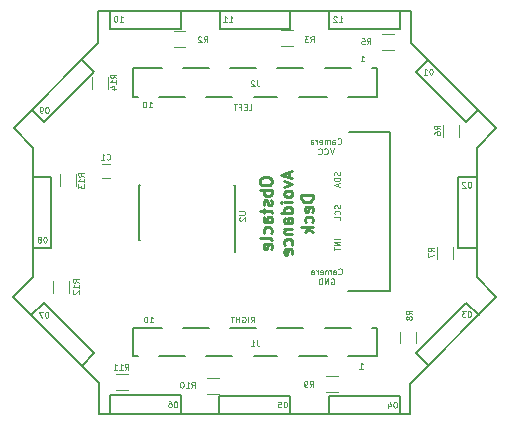
<source format=gbo>
G04 #@! TF.FileFunction,Legend,Bot*
%FSLAX46Y46*%
G04 Gerber Fmt 4.6, Leading zero omitted, Abs format (unit mm)*
G04 Created by KiCad (PCBNEW 4.0.7-e2-6376~58~ubuntu16.04.1) date Mon Aug  6 19:30:18 2018*
%MOMM*%
%LPD*%
G01*
G04 APERTURE LIST*
%ADD10C,0.100000*%
%ADD11C,0.125000*%
%ADD12C,0.200000*%
%ADD13C,0.250000*%
%ADD14C,0.150000*%
%ADD15C,0.120000*%
G04 APERTURE END LIST*
D10*
D11*
X145836190Y-108997620D02*
X145336190Y-108997620D01*
X145836190Y-109235715D02*
X145336190Y-109235715D01*
X145836190Y-109521429D01*
X145336190Y-109521429D01*
X145336190Y-109688096D02*
X145336190Y-109973810D01*
X145836190Y-109830953D02*
X145336190Y-109830953D01*
X145812381Y-106134762D02*
X145836190Y-106206191D01*
X145836190Y-106325238D01*
X145812381Y-106372857D01*
X145788571Y-106396667D01*
X145740952Y-106420476D01*
X145693333Y-106420476D01*
X145645714Y-106396667D01*
X145621905Y-106372857D01*
X145598095Y-106325238D01*
X145574286Y-106230000D01*
X145550476Y-106182381D01*
X145526667Y-106158572D01*
X145479048Y-106134762D01*
X145431429Y-106134762D01*
X145383810Y-106158572D01*
X145360000Y-106182381D01*
X145336190Y-106230000D01*
X145336190Y-106349048D01*
X145360000Y-106420476D01*
X145788571Y-106920476D02*
X145812381Y-106896666D01*
X145836190Y-106825238D01*
X145836190Y-106777619D01*
X145812381Y-106706190D01*
X145764762Y-106658571D01*
X145717143Y-106634762D01*
X145621905Y-106610952D01*
X145550476Y-106610952D01*
X145455238Y-106634762D01*
X145407619Y-106658571D01*
X145360000Y-106706190D01*
X145336190Y-106777619D01*
X145336190Y-106825238D01*
X145360000Y-106896666D01*
X145383810Y-106920476D01*
X145836190Y-107372857D02*
X145836190Y-107134762D01*
X145336190Y-107134762D01*
X145792381Y-103342858D02*
X145816190Y-103414287D01*
X145816190Y-103533334D01*
X145792381Y-103580953D01*
X145768571Y-103604763D01*
X145720952Y-103628572D01*
X145673333Y-103628572D01*
X145625714Y-103604763D01*
X145601905Y-103580953D01*
X145578095Y-103533334D01*
X145554286Y-103438096D01*
X145530476Y-103390477D01*
X145506667Y-103366668D01*
X145459048Y-103342858D01*
X145411429Y-103342858D01*
X145363810Y-103366668D01*
X145340000Y-103390477D01*
X145316190Y-103438096D01*
X145316190Y-103557144D01*
X145340000Y-103628572D01*
X145816190Y-103842858D02*
X145316190Y-103842858D01*
X145316190Y-103961905D01*
X145340000Y-104033334D01*
X145387619Y-104080953D01*
X145435238Y-104104762D01*
X145530476Y-104128572D01*
X145601905Y-104128572D01*
X145697143Y-104104762D01*
X145744762Y-104080953D01*
X145792381Y-104033334D01*
X145816190Y-103961905D01*
X145816190Y-103842858D01*
X145673333Y-104319048D02*
X145673333Y-104557143D01*
X145816190Y-104271429D02*
X145316190Y-104438096D01*
X145816190Y-104604762D01*
D12*
X119840000Y-101270000D02*
X119840000Y-101340000D01*
X118170000Y-99600000D02*
X119840000Y-101270000D01*
X118190000Y-99580000D02*
X118170000Y-99600000D01*
X125330000Y-92440000D02*
X118190000Y-99580000D01*
X125330000Y-89690000D02*
X125330000Y-92440000D01*
X151850000Y-89690000D02*
X125330000Y-89690000D01*
X151850000Y-89700000D02*
X151850000Y-89690000D01*
X151850000Y-92420000D02*
X151850000Y-89700000D01*
X159040000Y-99610000D02*
X151850000Y-92420000D01*
X157370000Y-101280000D02*
X159040000Y-99610000D01*
X157370000Y-112260000D02*
X157370000Y-101280000D01*
X159040000Y-113930000D02*
X157370000Y-112260000D01*
X159030000Y-113940000D02*
X159040000Y-113930000D01*
X151720000Y-121250000D02*
X159030000Y-113940000D01*
X151720000Y-123800000D02*
X151720000Y-121250000D01*
X125440000Y-123800000D02*
X151720000Y-123800000D01*
X125440000Y-123790000D02*
X125440000Y-123800000D01*
X125440000Y-121200000D02*
X125440000Y-123790000D01*
X118150000Y-113910000D02*
X125440000Y-121200000D01*
X119840000Y-112220000D02*
X118150000Y-113910000D01*
X119840000Y-101350000D02*
X119840000Y-112220000D01*
D11*
X121011904Y-97846190D02*
X120964285Y-97846190D01*
X120916666Y-97870000D01*
X120892857Y-97893810D01*
X120869047Y-97941429D01*
X120845238Y-98036667D01*
X120845238Y-98155714D01*
X120869047Y-98250952D01*
X120892857Y-98298571D01*
X120916666Y-98322381D01*
X120964285Y-98346190D01*
X121011904Y-98346190D01*
X121059523Y-98322381D01*
X121083333Y-98298571D01*
X121107142Y-98250952D01*
X121130952Y-98155714D01*
X121130952Y-98036667D01*
X121107142Y-97941429D01*
X121083333Y-97893810D01*
X121059523Y-97870000D01*
X121011904Y-97846190D01*
X120607143Y-98346190D02*
X120511905Y-98346190D01*
X120464286Y-98322381D01*
X120440476Y-98298571D01*
X120392857Y-98227143D01*
X120369048Y-98131905D01*
X120369048Y-97941429D01*
X120392857Y-97893810D01*
X120416667Y-97870000D01*
X120464286Y-97846190D01*
X120559524Y-97846190D01*
X120607143Y-97870000D01*
X120630952Y-97893810D01*
X120654762Y-97941429D01*
X120654762Y-98060476D01*
X120630952Y-98108095D01*
X120607143Y-98131905D01*
X120559524Y-98155714D01*
X120464286Y-98155714D01*
X120416667Y-98131905D01*
X120392857Y-98108095D01*
X120369048Y-98060476D01*
X120851904Y-108816190D02*
X120804285Y-108816190D01*
X120756666Y-108840000D01*
X120732857Y-108863810D01*
X120709047Y-108911429D01*
X120685238Y-109006667D01*
X120685238Y-109125714D01*
X120709047Y-109220952D01*
X120732857Y-109268571D01*
X120756666Y-109292381D01*
X120804285Y-109316190D01*
X120851904Y-109316190D01*
X120899523Y-109292381D01*
X120923333Y-109268571D01*
X120947142Y-109220952D01*
X120970952Y-109125714D01*
X120970952Y-109006667D01*
X120947142Y-108911429D01*
X120923333Y-108863810D01*
X120899523Y-108840000D01*
X120851904Y-108816190D01*
X120399524Y-109030476D02*
X120447143Y-109006667D01*
X120470952Y-108982857D01*
X120494762Y-108935238D01*
X120494762Y-108911429D01*
X120470952Y-108863810D01*
X120447143Y-108840000D01*
X120399524Y-108816190D01*
X120304286Y-108816190D01*
X120256667Y-108840000D01*
X120232857Y-108863810D01*
X120209048Y-108911429D01*
X120209048Y-108935238D01*
X120232857Y-108982857D01*
X120256667Y-109006667D01*
X120304286Y-109030476D01*
X120399524Y-109030476D01*
X120447143Y-109054286D01*
X120470952Y-109078095D01*
X120494762Y-109125714D01*
X120494762Y-109220952D01*
X120470952Y-109268571D01*
X120447143Y-109292381D01*
X120399524Y-109316190D01*
X120304286Y-109316190D01*
X120256667Y-109292381D01*
X120232857Y-109268571D01*
X120209048Y-109220952D01*
X120209048Y-109125714D01*
X120232857Y-109078095D01*
X120256667Y-109054286D01*
X120304286Y-109030476D01*
X121001904Y-115166190D02*
X120954285Y-115166190D01*
X120906666Y-115190000D01*
X120882857Y-115213810D01*
X120859047Y-115261429D01*
X120835238Y-115356667D01*
X120835238Y-115475714D01*
X120859047Y-115570952D01*
X120882857Y-115618571D01*
X120906666Y-115642381D01*
X120954285Y-115666190D01*
X121001904Y-115666190D01*
X121049523Y-115642381D01*
X121073333Y-115618571D01*
X121097142Y-115570952D01*
X121120952Y-115475714D01*
X121120952Y-115356667D01*
X121097142Y-115261429D01*
X121073333Y-115213810D01*
X121049523Y-115190000D01*
X121001904Y-115166190D01*
X120668571Y-115166190D02*
X120335238Y-115166190D01*
X120549524Y-115666190D01*
X131911904Y-122746190D02*
X131864285Y-122746190D01*
X131816666Y-122770000D01*
X131792857Y-122793810D01*
X131769047Y-122841429D01*
X131745238Y-122936667D01*
X131745238Y-123055714D01*
X131769047Y-123150952D01*
X131792857Y-123198571D01*
X131816666Y-123222381D01*
X131864285Y-123246190D01*
X131911904Y-123246190D01*
X131959523Y-123222381D01*
X131983333Y-123198571D01*
X132007142Y-123150952D01*
X132030952Y-123055714D01*
X132030952Y-122936667D01*
X132007142Y-122841429D01*
X131983333Y-122793810D01*
X131959523Y-122770000D01*
X131911904Y-122746190D01*
X131316667Y-122746190D02*
X131411905Y-122746190D01*
X131459524Y-122770000D01*
X131483333Y-122793810D01*
X131530952Y-122865238D01*
X131554762Y-122960476D01*
X131554762Y-123150952D01*
X131530952Y-123198571D01*
X131507143Y-123222381D01*
X131459524Y-123246190D01*
X131364286Y-123246190D01*
X131316667Y-123222381D01*
X131292857Y-123198571D01*
X131269048Y-123150952D01*
X131269048Y-123031905D01*
X131292857Y-122984286D01*
X131316667Y-122960476D01*
X131364286Y-122936667D01*
X131459524Y-122936667D01*
X131507143Y-122960476D01*
X131530952Y-122984286D01*
X131554762Y-123031905D01*
X141191904Y-122776190D02*
X141144285Y-122776190D01*
X141096666Y-122800000D01*
X141072857Y-122823810D01*
X141049047Y-122871429D01*
X141025238Y-122966667D01*
X141025238Y-123085714D01*
X141049047Y-123180952D01*
X141072857Y-123228571D01*
X141096666Y-123252381D01*
X141144285Y-123276190D01*
X141191904Y-123276190D01*
X141239523Y-123252381D01*
X141263333Y-123228571D01*
X141287142Y-123180952D01*
X141310952Y-123085714D01*
X141310952Y-122966667D01*
X141287142Y-122871429D01*
X141263333Y-122823810D01*
X141239523Y-122800000D01*
X141191904Y-122776190D01*
X140572857Y-122776190D02*
X140810952Y-122776190D01*
X140834762Y-123014286D01*
X140810952Y-122990476D01*
X140763333Y-122966667D01*
X140644286Y-122966667D01*
X140596667Y-122990476D01*
X140572857Y-123014286D01*
X140549048Y-123061905D01*
X140549048Y-123180952D01*
X140572857Y-123228571D01*
X140596667Y-123252381D01*
X140644286Y-123276190D01*
X140763333Y-123276190D01*
X140810952Y-123252381D01*
X140834762Y-123228571D01*
X150501904Y-122796190D02*
X150454285Y-122796190D01*
X150406666Y-122820000D01*
X150382857Y-122843810D01*
X150359047Y-122891429D01*
X150335238Y-122986667D01*
X150335238Y-123105714D01*
X150359047Y-123200952D01*
X150382857Y-123248571D01*
X150406666Y-123272381D01*
X150454285Y-123296190D01*
X150501904Y-123296190D01*
X150549523Y-123272381D01*
X150573333Y-123248571D01*
X150597142Y-123200952D01*
X150620952Y-123105714D01*
X150620952Y-122986667D01*
X150597142Y-122891429D01*
X150573333Y-122843810D01*
X150549523Y-122820000D01*
X150501904Y-122796190D01*
X149906667Y-122962857D02*
X149906667Y-123296190D01*
X150025714Y-122772381D02*
X150144762Y-123129524D01*
X149835238Y-123129524D01*
X156781904Y-115116190D02*
X156734285Y-115116190D01*
X156686666Y-115140000D01*
X156662857Y-115163810D01*
X156639047Y-115211429D01*
X156615238Y-115306667D01*
X156615238Y-115425714D01*
X156639047Y-115520952D01*
X156662857Y-115568571D01*
X156686666Y-115592381D01*
X156734285Y-115616190D01*
X156781904Y-115616190D01*
X156829523Y-115592381D01*
X156853333Y-115568571D01*
X156877142Y-115520952D01*
X156900952Y-115425714D01*
X156900952Y-115306667D01*
X156877142Y-115211429D01*
X156853333Y-115163810D01*
X156829523Y-115140000D01*
X156781904Y-115116190D01*
X156448571Y-115116190D02*
X156139048Y-115116190D01*
X156305714Y-115306667D01*
X156234286Y-115306667D01*
X156186667Y-115330476D01*
X156162857Y-115354286D01*
X156139048Y-115401905D01*
X156139048Y-115520952D01*
X156162857Y-115568571D01*
X156186667Y-115592381D01*
X156234286Y-115616190D01*
X156377143Y-115616190D01*
X156424762Y-115592381D01*
X156448571Y-115568571D01*
X156786904Y-104151190D02*
X156739285Y-104151190D01*
X156691666Y-104175000D01*
X156667857Y-104198810D01*
X156644047Y-104246429D01*
X156620238Y-104341667D01*
X156620238Y-104460714D01*
X156644047Y-104555952D01*
X156667857Y-104603571D01*
X156691666Y-104627381D01*
X156739285Y-104651190D01*
X156786904Y-104651190D01*
X156834523Y-104627381D01*
X156858333Y-104603571D01*
X156882142Y-104555952D01*
X156905952Y-104460714D01*
X156905952Y-104341667D01*
X156882142Y-104246429D01*
X156858333Y-104198810D01*
X156834523Y-104175000D01*
X156786904Y-104151190D01*
X156429762Y-104198810D02*
X156405952Y-104175000D01*
X156358333Y-104151190D01*
X156239286Y-104151190D01*
X156191667Y-104175000D01*
X156167857Y-104198810D01*
X156144048Y-104246429D01*
X156144048Y-104294048D01*
X156167857Y-104365476D01*
X156453571Y-104651190D01*
X156144048Y-104651190D01*
X153541904Y-94586190D02*
X153494285Y-94586190D01*
X153446666Y-94610000D01*
X153422857Y-94633810D01*
X153399047Y-94681429D01*
X153375238Y-94776667D01*
X153375238Y-94895714D01*
X153399047Y-94990952D01*
X153422857Y-95038571D01*
X153446666Y-95062381D01*
X153494285Y-95086190D01*
X153541904Y-95086190D01*
X153589523Y-95062381D01*
X153613333Y-95038571D01*
X153637142Y-94990952D01*
X153660952Y-94895714D01*
X153660952Y-94776667D01*
X153637142Y-94681429D01*
X153613333Y-94633810D01*
X153589523Y-94610000D01*
X153541904Y-94586190D01*
X152899048Y-95086190D02*
X153184762Y-95086190D01*
X153041905Y-95086190D02*
X153041905Y-94586190D01*
X153089524Y-94657619D01*
X153137143Y-94705238D01*
X153184762Y-94729048D01*
X145715238Y-90666190D02*
X146000952Y-90666190D01*
X145858095Y-90666190D02*
X145858095Y-90166190D01*
X145905714Y-90237619D01*
X145953333Y-90285238D01*
X146000952Y-90309048D01*
X145524762Y-90213810D02*
X145500952Y-90190000D01*
X145453333Y-90166190D01*
X145334286Y-90166190D01*
X145286667Y-90190000D01*
X145262857Y-90213810D01*
X145239048Y-90261429D01*
X145239048Y-90309048D01*
X145262857Y-90380476D01*
X145548571Y-90666190D01*
X145239048Y-90666190D01*
X136405238Y-90616190D02*
X136690952Y-90616190D01*
X136548095Y-90616190D02*
X136548095Y-90116190D01*
X136595714Y-90187619D01*
X136643333Y-90235238D01*
X136690952Y-90259048D01*
X135929048Y-90616190D02*
X136214762Y-90616190D01*
X136071905Y-90616190D02*
X136071905Y-90116190D01*
X136119524Y-90187619D01*
X136167143Y-90235238D01*
X136214762Y-90259048D01*
X127155238Y-90606190D02*
X127440952Y-90606190D01*
X127298095Y-90606190D02*
X127298095Y-90106190D01*
X127345714Y-90177619D01*
X127393333Y-90225238D01*
X127440952Y-90249048D01*
X126845714Y-90106190D02*
X126798095Y-90106190D01*
X126750476Y-90130000D01*
X126726667Y-90153810D01*
X126702857Y-90201429D01*
X126679048Y-90296667D01*
X126679048Y-90415714D01*
X126702857Y-90510952D01*
X126726667Y-90558571D01*
X126750476Y-90582381D01*
X126798095Y-90606190D01*
X126845714Y-90606190D01*
X126893333Y-90582381D01*
X126917143Y-90558571D01*
X126940952Y-90510952D01*
X126964762Y-90415714D01*
X126964762Y-90296667D01*
X126940952Y-90201429D01*
X126917143Y-90153810D01*
X126893333Y-90130000D01*
X126845714Y-90106190D01*
D13*
X139022381Y-104030475D02*
X139022381Y-104220952D01*
X139070000Y-104316190D01*
X139165238Y-104411428D01*
X139355714Y-104459047D01*
X139689048Y-104459047D01*
X139879524Y-104411428D01*
X139974762Y-104316190D01*
X140022381Y-104220952D01*
X140022381Y-104030475D01*
X139974762Y-103935237D01*
X139879524Y-103839999D01*
X139689048Y-103792380D01*
X139355714Y-103792380D01*
X139165238Y-103839999D01*
X139070000Y-103935237D01*
X139022381Y-104030475D01*
X140022381Y-104887618D02*
X139022381Y-104887618D01*
X139403333Y-104887618D02*
X139355714Y-104982856D01*
X139355714Y-105173333D01*
X139403333Y-105268571D01*
X139450952Y-105316190D01*
X139546190Y-105363809D01*
X139831905Y-105363809D01*
X139927143Y-105316190D01*
X139974762Y-105268571D01*
X140022381Y-105173333D01*
X140022381Y-104982856D01*
X139974762Y-104887618D01*
X139974762Y-105744761D02*
X140022381Y-105839999D01*
X140022381Y-106030475D01*
X139974762Y-106125714D01*
X139879524Y-106173333D01*
X139831905Y-106173333D01*
X139736667Y-106125714D01*
X139689048Y-106030475D01*
X139689048Y-105887618D01*
X139641429Y-105792380D01*
X139546190Y-105744761D01*
X139498571Y-105744761D01*
X139403333Y-105792380D01*
X139355714Y-105887618D01*
X139355714Y-106030475D01*
X139403333Y-106125714D01*
X139355714Y-106459047D02*
X139355714Y-106839999D01*
X139022381Y-106601904D02*
X139879524Y-106601904D01*
X139974762Y-106649523D01*
X140022381Y-106744761D01*
X140022381Y-106839999D01*
X140022381Y-107601905D02*
X139498571Y-107601905D01*
X139403333Y-107554286D01*
X139355714Y-107459048D01*
X139355714Y-107268571D01*
X139403333Y-107173333D01*
X139974762Y-107601905D02*
X140022381Y-107506667D01*
X140022381Y-107268571D01*
X139974762Y-107173333D01*
X139879524Y-107125714D01*
X139784286Y-107125714D01*
X139689048Y-107173333D01*
X139641429Y-107268571D01*
X139641429Y-107506667D01*
X139593810Y-107601905D01*
X139974762Y-108506667D02*
X140022381Y-108411429D01*
X140022381Y-108220952D01*
X139974762Y-108125714D01*
X139927143Y-108078095D01*
X139831905Y-108030476D01*
X139546190Y-108030476D01*
X139450952Y-108078095D01*
X139403333Y-108125714D01*
X139355714Y-108220952D01*
X139355714Y-108411429D01*
X139403333Y-108506667D01*
X140022381Y-109078095D02*
X139974762Y-108982857D01*
X139879524Y-108935238D01*
X139022381Y-108935238D01*
X139974762Y-109840001D02*
X140022381Y-109744763D01*
X140022381Y-109554286D01*
X139974762Y-109459048D01*
X139879524Y-109411429D01*
X139498571Y-109411429D01*
X139403333Y-109459048D01*
X139355714Y-109554286D01*
X139355714Y-109744763D01*
X139403333Y-109840001D01*
X139498571Y-109887620D01*
X139593810Y-109887620D01*
X139689048Y-109411429D01*
X141486667Y-103316190D02*
X141486667Y-103792381D01*
X141772381Y-103220952D02*
X140772381Y-103554285D01*
X141772381Y-103887619D01*
X141105714Y-104125714D02*
X141772381Y-104363809D01*
X141105714Y-104601905D01*
X141772381Y-105125714D02*
X141724762Y-105030476D01*
X141677143Y-104982857D01*
X141581905Y-104935238D01*
X141296190Y-104935238D01*
X141200952Y-104982857D01*
X141153333Y-105030476D01*
X141105714Y-105125714D01*
X141105714Y-105268572D01*
X141153333Y-105363810D01*
X141200952Y-105411429D01*
X141296190Y-105459048D01*
X141581905Y-105459048D01*
X141677143Y-105411429D01*
X141724762Y-105363810D01*
X141772381Y-105268572D01*
X141772381Y-105125714D01*
X141772381Y-105887619D02*
X141105714Y-105887619D01*
X140772381Y-105887619D02*
X140820000Y-105840000D01*
X140867619Y-105887619D01*
X140820000Y-105935238D01*
X140772381Y-105887619D01*
X140867619Y-105887619D01*
X141772381Y-106792381D02*
X140772381Y-106792381D01*
X141724762Y-106792381D02*
X141772381Y-106697143D01*
X141772381Y-106506666D01*
X141724762Y-106411428D01*
X141677143Y-106363809D01*
X141581905Y-106316190D01*
X141296190Y-106316190D01*
X141200952Y-106363809D01*
X141153333Y-106411428D01*
X141105714Y-106506666D01*
X141105714Y-106697143D01*
X141153333Y-106792381D01*
X141772381Y-107697143D02*
X141248571Y-107697143D01*
X141153333Y-107649524D01*
X141105714Y-107554286D01*
X141105714Y-107363809D01*
X141153333Y-107268571D01*
X141724762Y-107697143D02*
X141772381Y-107601905D01*
X141772381Y-107363809D01*
X141724762Y-107268571D01*
X141629524Y-107220952D01*
X141534286Y-107220952D01*
X141439048Y-107268571D01*
X141391429Y-107363809D01*
X141391429Y-107601905D01*
X141343810Y-107697143D01*
X141105714Y-108173333D02*
X141772381Y-108173333D01*
X141200952Y-108173333D02*
X141153333Y-108220952D01*
X141105714Y-108316190D01*
X141105714Y-108459048D01*
X141153333Y-108554286D01*
X141248571Y-108601905D01*
X141772381Y-108601905D01*
X141724762Y-109506667D02*
X141772381Y-109411429D01*
X141772381Y-109220952D01*
X141724762Y-109125714D01*
X141677143Y-109078095D01*
X141581905Y-109030476D01*
X141296190Y-109030476D01*
X141200952Y-109078095D01*
X141153333Y-109125714D01*
X141105714Y-109220952D01*
X141105714Y-109411429D01*
X141153333Y-109506667D01*
X141724762Y-110316191D02*
X141772381Y-110220953D01*
X141772381Y-110030476D01*
X141724762Y-109935238D01*
X141629524Y-109887619D01*
X141248571Y-109887619D01*
X141153333Y-109935238D01*
X141105714Y-110030476D01*
X141105714Y-110220953D01*
X141153333Y-110316191D01*
X141248571Y-110363810D01*
X141343810Y-110363810D01*
X141439048Y-109887619D01*
X143522381Y-105316190D02*
X142522381Y-105316190D01*
X142522381Y-105554285D01*
X142570000Y-105697143D01*
X142665238Y-105792381D01*
X142760476Y-105840000D01*
X142950952Y-105887619D01*
X143093810Y-105887619D01*
X143284286Y-105840000D01*
X143379524Y-105792381D01*
X143474762Y-105697143D01*
X143522381Y-105554285D01*
X143522381Y-105316190D01*
X143474762Y-106697143D02*
X143522381Y-106601905D01*
X143522381Y-106411428D01*
X143474762Y-106316190D01*
X143379524Y-106268571D01*
X142998571Y-106268571D01*
X142903333Y-106316190D01*
X142855714Y-106411428D01*
X142855714Y-106601905D01*
X142903333Y-106697143D01*
X142998571Y-106744762D01*
X143093810Y-106744762D01*
X143189048Y-106268571D01*
X143474762Y-107601905D02*
X143522381Y-107506667D01*
X143522381Y-107316190D01*
X143474762Y-107220952D01*
X143427143Y-107173333D01*
X143331905Y-107125714D01*
X143046190Y-107125714D01*
X142950952Y-107173333D01*
X142903333Y-107220952D01*
X142855714Y-107316190D01*
X142855714Y-107506667D01*
X142903333Y-107601905D01*
X143522381Y-108030476D02*
X142522381Y-108030476D01*
X143141429Y-108125714D02*
X143522381Y-108411429D01*
X142855714Y-108411429D02*
X143236667Y-108030476D01*
D10*
X145600000Y-100928571D02*
X145623810Y-100952381D01*
X145695238Y-100976190D01*
X145742857Y-100976190D01*
X145814286Y-100952381D01*
X145861905Y-100904762D01*
X145885714Y-100857143D01*
X145909524Y-100761905D01*
X145909524Y-100690476D01*
X145885714Y-100595238D01*
X145861905Y-100547619D01*
X145814286Y-100500000D01*
X145742857Y-100476190D01*
X145695238Y-100476190D01*
X145623810Y-100500000D01*
X145600000Y-100523810D01*
X145171429Y-100976190D02*
X145171429Y-100714286D01*
X145195238Y-100666667D01*
X145242857Y-100642857D01*
X145338095Y-100642857D01*
X145385714Y-100666667D01*
X145171429Y-100952381D02*
X145219048Y-100976190D01*
X145338095Y-100976190D01*
X145385714Y-100952381D01*
X145409524Y-100904762D01*
X145409524Y-100857143D01*
X145385714Y-100809524D01*
X145338095Y-100785714D01*
X145219048Y-100785714D01*
X145171429Y-100761905D01*
X144933333Y-100976190D02*
X144933333Y-100642857D01*
X144933333Y-100690476D02*
X144909524Y-100666667D01*
X144861905Y-100642857D01*
X144790476Y-100642857D01*
X144742857Y-100666667D01*
X144719048Y-100714286D01*
X144719048Y-100976190D01*
X144719048Y-100714286D02*
X144695238Y-100666667D01*
X144647619Y-100642857D01*
X144576191Y-100642857D01*
X144528571Y-100666667D01*
X144504762Y-100714286D01*
X144504762Y-100976190D01*
X144076190Y-100952381D02*
X144123809Y-100976190D01*
X144219047Y-100976190D01*
X144266666Y-100952381D01*
X144290476Y-100904762D01*
X144290476Y-100714286D01*
X144266666Y-100666667D01*
X144219047Y-100642857D01*
X144123809Y-100642857D01*
X144076190Y-100666667D01*
X144052381Y-100714286D01*
X144052381Y-100761905D01*
X144290476Y-100809524D01*
X143838095Y-100976190D02*
X143838095Y-100642857D01*
X143838095Y-100738095D02*
X143814286Y-100690476D01*
X143790476Y-100666667D01*
X143742857Y-100642857D01*
X143695238Y-100642857D01*
X143314286Y-100976190D02*
X143314286Y-100714286D01*
X143338095Y-100666667D01*
X143385714Y-100642857D01*
X143480952Y-100642857D01*
X143528571Y-100666667D01*
X143314286Y-100952381D02*
X143361905Y-100976190D01*
X143480952Y-100976190D01*
X143528571Y-100952381D01*
X143552381Y-100904762D01*
X143552381Y-100857143D01*
X143528571Y-100809524D01*
X143480952Y-100785714D01*
X143361905Y-100785714D01*
X143314286Y-100761905D01*
X145266666Y-101326190D02*
X145099999Y-101826190D01*
X144933333Y-101326190D01*
X144480952Y-101778571D02*
X144504762Y-101802381D01*
X144576190Y-101826190D01*
X144623809Y-101826190D01*
X144695238Y-101802381D01*
X144742857Y-101754762D01*
X144766666Y-101707143D01*
X144790476Y-101611905D01*
X144790476Y-101540476D01*
X144766666Y-101445238D01*
X144742857Y-101397619D01*
X144695238Y-101350000D01*
X144623809Y-101326190D01*
X144576190Y-101326190D01*
X144504762Y-101350000D01*
X144480952Y-101373810D01*
X143980952Y-101778571D02*
X144004762Y-101802381D01*
X144076190Y-101826190D01*
X144123809Y-101826190D01*
X144195238Y-101802381D01*
X144242857Y-101754762D01*
X144266666Y-101707143D01*
X144290476Y-101611905D01*
X144290476Y-101540476D01*
X144266666Y-101445238D01*
X144242857Y-101397619D01*
X144195238Y-101350000D01*
X144123809Y-101326190D01*
X144076190Y-101326190D01*
X144004762Y-101350000D01*
X143980952Y-101373810D01*
X145675000Y-111953571D02*
X145698810Y-111977381D01*
X145770238Y-112001190D01*
X145817857Y-112001190D01*
X145889286Y-111977381D01*
X145936905Y-111929762D01*
X145960714Y-111882143D01*
X145984524Y-111786905D01*
X145984524Y-111715476D01*
X145960714Y-111620238D01*
X145936905Y-111572619D01*
X145889286Y-111525000D01*
X145817857Y-111501190D01*
X145770238Y-111501190D01*
X145698810Y-111525000D01*
X145675000Y-111548810D01*
X145246429Y-112001190D02*
X145246429Y-111739286D01*
X145270238Y-111691667D01*
X145317857Y-111667857D01*
X145413095Y-111667857D01*
X145460714Y-111691667D01*
X145246429Y-111977381D02*
X145294048Y-112001190D01*
X145413095Y-112001190D01*
X145460714Y-111977381D01*
X145484524Y-111929762D01*
X145484524Y-111882143D01*
X145460714Y-111834524D01*
X145413095Y-111810714D01*
X145294048Y-111810714D01*
X145246429Y-111786905D01*
X145008333Y-112001190D02*
X145008333Y-111667857D01*
X145008333Y-111715476D02*
X144984524Y-111691667D01*
X144936905Y-111667857D01*
X144865476Y-111667857D01*
X144817857Y-111691667D01*
X144794048Y-111739286D01*
X144794048Y-112001190D01*
X144794048Y-111739286D02*
X144770238Y-111691667D01*
X144722619Y-111667857D01*
X144651191Y-111667857D01*
X144603571Y-111691667D01*
X144579762Y-111739286D01*
X144579762Y-112001190D01*
X144151190Y-111977381D02*
X144198809Y-112001190D01*
X144294047Y-112001190D01*
X144341666Y-111977381D01*
X144365476Y-111929762D01*
X144365476Y-111739286D01*
X144341666Y-111691667D01*
X144294047Y-111667857D01*
X144198809Y-111667857D01*
X144151190Y-111691667D01*
X144127381Y-111739286D01*
X144127381Y-111786905D01*
X144365476Y-111834524D01*
X143913095Y-112001190D02*
X143913095Y-111667857D01*
X143913095Y-111763095D02*
X143889286Y-111715476D01*
X143865476Y-111691667D01*
X143817857Y-111667857D01*
X143770238Y-111667857D01*
X143389286Y-112001190D02*
X143389286Y-111739286D01*
X143413095Y-111691667D01*
X143460714Y-111667857D01*
X143555952Y-111667857D01*
X143603571Y-111691667D01*
X143389286Y-111977381D02*
X143436905Y-112001190D01*
X143555952Y-112001190D01*
X143603571Y-111977381D01*
X143627381Y-111929762D01*
X143627381Y-111882143D01*
X143603571Y-111834524D01*
X143555952Y-111810714D01*
X143436905Y-111810714D01*
X143389286Y-111786905D01*
X145055953Y-112375000D02*
X145103572Y-112351190D01*
X145175000Y-112351190D01*
X145246429Y-112375000D01*
X145294048Y-112422619D01*
X145317857Y-112470238D01*
X145341667Y-112565476D01*
X145341667Y-112636905D01*
X145317857Y-112732143D01*
X145294048Y-112779762D01*
X145246429Y-112827381D01*
X145175000Y-112851190D01*
X145127381Y-112851190D01*
X145055953Y-112827381D01*
X145032143Y-112803571D01*
X145032143Y-112636905D01*
X145127381Y-112636905D01*
X144817857Y-112851190D02*
X144817857Y-112351190D01*
X144532143Y-112851190D01*
X144532143Y-112351190D01*
X144294047Y-112851190D02*
X144294047Y-112351190D01*
X144175000Y-112351190D01*
X144103571Y-112375000D01*
X144055952Y-112422619D01*
X144032143Y-112470238D01*
X144008333Y-112565476D01*
X144008333Y-112636905D01*
X144032143Y-112732143D01*
X144055952Y-112779762D01*
X144103571Y-112827381D01*
X144175000Y-112851190D01*
X144294047Y-112851190D01*
D12*
X130700000Y-94550000D02*
X128300000Y-94550000D01*
X128300000Y-94550000D02*
X128300000Y-96950000D01*
X128300000Y-96950000D02*
X128700000Y-96950000D01*
X134700000Y-94550000D02*
X132500000Y-94550000D01*
X138700000Y-94550000D02*
X136500000Y-94550000D01*
X132700000Y-96950000D02*
X130500000Y-96950000D01*
X136700000Y-96950000D02*
X134500000Y-96950000D01*
X140500000Y-96950000D02*
X138500000Y-96950000D01*
X142700000Y-94550000D02*
X140500000Y-94550000D01*
X144700000Y-96950000D02*
X142300000Y-96950000D01*
X146700000Y-94550000D02*
X144500000Y-94550000D01*
X148900000Y-94550000D02*
X148500000Y-94550000D01*
X148900000Y-94550000D02*
X148900000Y-96950000D01*
X148900000Y-96950000D02*
X146500000Y-96950000D01*
D14*
X132330000Y-89690000D02*
X132330000Y-91190000D01*
X132330000Y-91190000D02*
X126330000Y-91190000D01*
X126330000Y-91190000D02*
X126330000Y-89690000D01*
X141610000Y-89720000D02*
X141610000Y-91220000D01*
X141610000Y-91220000D02*
X135610000Y-91220000D01*
X135610000Y-91220000D02*
X135610000Y-89720000D01*
X150880000Y-89700000D02*
X150880000Y-91200000D01*
X150880000Y-91200000D02*
X144880000Y-91200000D01*
X144880000Y-91200000D02*
X144880000Y-89700000D01*
X144890000Y-123800000D02*
X144890000Y-122300000D01*
X144890000Y-122300000D02*
X150890000Y-122300000D01*
X150890000Y-122300000D02*
X150890000Y-123800000D01*
X126320000Y-123740000D02*
X126320000Y-122240000D01*
X126320000Y-122240000D02*
X132320000Y-122240000D01*
X132320000Y-122240000D02*
X132320000Y-123740000D01*
X157515584Y-98077056D02*
X156454924Y-99137716D01*
X156454924Y-99137716D02*
X152212284Y-94895076D01*
X152212284Y-94895076D02*
X153272944Y-93834416D01*
X157320000Y-109750000D02*
X155820000Y-109750000D01*
X155820000Y-109750000D02*
X155820000Y-103750000D01*
X155820000Y-103750000D02*
X157320000Y-103750000D01*
X119860000Y-103760000D02*
X121360000Y-103760000D01*
X121360000Y-103760000D02*
X121360000Y-109760000D01*
X121360000Y-109760000D02*
X119860000Y-109760000D01*
X135600000Y-123800000D02*
X135600000Y-122300000D01*
X135600000Y-122300000D02*
X141600000Y-122300000D01*
X141600000Y-122300000D02*
X141600000Y-123800000D01*
X119684416Y-115482944D02*
X120745076Y-114422284D01*
X120745076Y-114422284D02*
X124987716Y-118664924D01*
X124987716Y-118664924D02*
X123927056Y-119725584D01*
X153292944Y-119695584D02*
X152232284Y-118634924D01*
X152232284Y-118634924D02*
X156474924Y-114392284D01*
X156474924Y-114392284D02*
X157535584Y-115452944D01*
X123947056Y-93824416D02*
X125007716Y-94885076D01*
X125007716Y-94885076D02*
X120765076Y-99127716D01*
X120765076Y-99127716D02*
X119704416Y-98067056D01*
D12*
X130700000Y-116550000D02*
X128300000Y-116550000D01*
X128300000Y-116550000D02*
X128300000Y-118950000D01*
X128300000Y-118950000D02*
X128700000Y-118950000D01*
X134700000Y-116550000D02*
X132500000Y-116550000D01*
X138700000Y-116550000D02*
X136500000Y-116550000D01*
X132700000Y-118950000D02*
X130500000Y-118950000D01*
X136700000Y-118950000D02*
X134500000Y-118950000D01*
X140500000Y-118950000D02*
X138500000Y-118950000D01*
X142700000Y-116550000D02*
X140500000Y-116550000D01*
X144700000Y-118950000D02*
X142300000Y-118950000D01*
X146700000Y-116550000D02*
X144500000Y-116550000D01*
X148900000Y-116550000D02*
X148500000Y-116550000D01*
X148900000Y-116550000D02*
X148900000Y-118950000D01*
X148900000Y-118950000D02*
X146500000Y-118950000D01*
D14*
X146600000Y-99925000D02*
X150000000Y-99925000D01*
X150000000Y-99925000D02*
X150000000Y-113325000D01*
X150000000Y-113325000D02*
X150000000Y-113425000D01*
X150000000Y-113425000D02*
X146500000Y-113425000D01*
X136875000Y-104425000D02*
X136850000Y-104425000D01*
X128825000Y-104425000D02*
X128850000Y-104425000D01*
X128825000Y-109075000D02*
X128850000Y-109075000D01*
X136925000Y-110150000D02*
X136925000Y-104425000D01*
X128825000Y-109075000D02*
X128825000Y-104425000D01*
D15*
X131725000Y-92730000D02*
X132725000Y-92730000D01*
X132725000Y-91370000D02*
X131725000Y-91370000D01*
X140825000Y-92705000D02*
X141825000Y-92705000D01*
X141825000Y-91345000D02*
X140825000Y-91345000D01*
X149375000Y-93030000D02*
X150375000Y-93030000D01*
X150375000Y-91670000D02*
X149375000Y-91670000D01*
X154545000Y-99350000D02*
X154545000Y-100350000D01*
X155905000Y-100350000D02*
X155905000Y-99350000D01*
X154045000Y-109675000D02*
X154045000Y-110675000D01*
X155405000Y-110675000D02*
X155405000Y-109675000D01*
X150895000Y-116850000D02*
X150895000Y-117850000D01*
X152255000Y-117850000D02*
X152255000Y-116850000D01*
X145625000Y-120645000D02*
X144625000Y-120645000D01*
X144625000Y-122005000D02*
X145625000Y-122005000D01*
X135550000Y-120745000D02*
X134550000Y-120745000D01*
X134550000Y-122105000D02*
X135550000Y-122105000D01*
X127825000Y-120420000D02*
X126825000Y-120420000D01*
X126825000Y-121780000D02*
X127825000Y-121780000D01*
X122905000Y-113600000D02*
X122905000Y-112600000D01*
X121545000Y-112600000D02*
X121545000Y-113600000D01*
X123430000Y-104500000D02*
X123430000Y-103500000D01*
X122070000Y-103500000D02*
X122070000Y-104500000D01*
X126180000Y-96275000D02*
X126180000Y-95275000D01*
X124820000Y-95275000D02*
X124820000Y-96275000D01*
X125625000Y-103850000D02*
X126325000Y-103850000D01*
X126325000Y-102650000D02*
X125625000Y-102650000D01*
D10*
X138766666Y-95576190D02*
X138766666Y-95933333D01*
X138790476Y-96004762D01*
X138838095Y-96052381D01*
X138909523Y-96076190D01*
X138957142Y-96076190D01*
X138552381Y-95623810D02*
X138528571Y-95600000D01*
X138480952Y-95576190D01*
X138361905Y-95576190D01*
X138314286Y-95600000D01*
X138290476Y-95623810D01*
X138266667Y-95671429D01*
X138266667Y-95719048D01*
X138290476Y-95790476D01*
X138576190Y-96076190D01*
X138266667Y-96076190D01*
X138076190Y-98076190D02*
X138314285Y-98076190D01*
X138314285Y-97576190D01*
X137909523Y-97814286D02*
X137742857Y-97814286D01*
X137671428Y-98076190D02*
X137909523Y-98076190D01*
X137909523Y-97576190D01*
X137671428Y-97576190D01*
X137290476Y-97814286D02*
X137457142Y-97814286D01*
X137457142Y-98076190D02*
X137457142Y-97576190D01*
X137219047Y-97576190D01*
X137100000Y-97576190D02*
X136814286Y-97576190D01*
X136957143Y-98076190D02*
X136957143Y-97576190D01*
X129595238Y-97876190D02*
X129880952Y-97876190D01*
X129738095Y-97876190D02*
X129738095Y-97376190D01*
X129785714Y-97447619D01*
X129833333Y-97495238D01*
X129880952Y-97519048D01*
X129285714Y-97376190D02*
X129238095Y-97376190D01*
X129190476Y-97400000D01*
X129166667Y-97423810D01*
X129142857Y-97471429D01*
X129119048Y-97566667D01*
X129119048Y-97685714D01*
X129142857Y-97780952D01*
X129166667Y-97828571D01*
X129190476Y-97852381D01*
X129238095Y-97876190D01*
X129285714Y-97876190D01*
X129333333Y-97852381D01*
X129357143Y-97828571D01*
X129380952Y-97780952D01*
X129404762Y-97685714D01*
X129404762Y-97566667D01*
X129380952Y-97471429D01*
X129357143Y-97423810D01*
X129333333Y-97400000D01*
X129285714Y-97376190D01*
X147557143Y-93976190D02*
X147842857Y-93976190D01*
X147700000Y-93976190D02*
X147700000Y-93476190D01*
X147747619Y-93547619D01*
X147795238Y-93595238D01*
X147842857Y-93619048D01*
X138766666Y-117576190D02*
X138766666Y-117933333D01*
X138790476Y-118004762D01*
X138838095Y-118052381D01*
X138909523Y-118076190D01*
X138957142Y-118076190D01*
X138266667Y-118076190D02*
X138552381Y-118076190D01*
X138409524Y-118076190D02*
X138409524Y-117576190D01*
X138457143Y-117647619D01*
X138504762Y-117695238D01*
X138552381Y-117719048D01*
X138241666Y-116076190D02*
X138408333Y-115838095D01*
X138527380Y-116076190D02*
X138527380Y-115576190D01*
X138336904Y-115576190D01*
X138289285Y-115600000D01*
X138265476Y-115623810D01*
X138241666Y-115671429D01*
X138241666Y-115742857D01*
X138265476Y-115790476D01*
X138289285Y-115814286D01*
X138336904Y-115838095D01*
X138527380Y-115838095D01*
X138027380Y-116076190D02*
X138027380Y-115576190D01*
X137527381Y-115600000D02*
X137575000Y-115576190D01*
X137646428Y-115576190D01*
X137717857Y-115600000D01*
X137765476Y-115647619D01*
X137789285Y-115695238D01*
X137813095Y-115790476D01*
X137813095Y-115861905D01*
X137789285Y-115957143D01*
X137765476Y-116004762D01*
X137717857Y-116052381D01*
X137646428Y-116076190D01*
X137598809Y-116076190D01*
X137527381Y-116052381D01*
X137503571Y-116028571D01*
X137503571Y-115861905D01*
X137598809Y-115861905D01*
X137289285Y-116076190D02*
X137289285Y-115576190D01*
X137289285Y-115814286D02*
X137003571Y-115814286D01*
X137003571Y-116076190D02*
X137003571Y-115576190D01*
X136836904Y-115576190D02*
X136551190Y-115576190D01*
X136694047Y-116076190D02*
X136694047Y-115576190D01*
X129695238Y-116076190D02*
X129980952Y-116076190D01*
X129838095Y-116076190D02*
X129838095Y-115576190D01*
X129885714Y-115647619D01*
X129933333Y-115695238D01*
X129980952Y-115719048D01*
X129385714Y-115576190D02*
X129338095Y-115576190D01*
X129290476Y-115600000D01*
X129266667Y-115623810D01*
X129242857Y-115671429D01*
X129219048Y-115766667D01*
X129219048Y-115885714D01*
X129242857Y-115980952D01*
X129266667Y-116028571D01*
X129290476Y-116052381D01*
X129338095Y-116076190D01*
X129385714Y-116076190D01*
X129433333Y-116052381D01*
X129457143Y-116028571D01*
X129480952Y-115980952D01*
X129504762Y-115885714D01*
X129504762Y-115766667D01*
X129480952Y-115671429D01*
X129457143Y-115623810D01*
X129433333Y-115600000D01*
X129385714Y-115576190D01*
X147457143Y-119976190D02*
X147742857Y-119976190D01*
X147600000Y-119976190D02*
X147600000Y-119476190D01*
X147647619Y-119547619D01*
X147695238Y-119595238D01*
X147742857Y-119619048D01*
D11*
X137276190Y-106669048D02*
X137680952Y-106669048D01*
X137728571Y-106692857D01*
X137752381Y-106716667D01*
X137776190Y-106764286D01*
X137776190Y-106859524D01*
X137752381Y-106907143D01*
X137728571Y-106930952D01*
X137680952Y-106954762D01*
X137276190Y-106954762D01*
X137323810Y-107169048D02*
X137300000Y-107192858D01*
X137276190Y-107240477D01*
X137276190Y-107359524D01*
X137300000Y-107407143D01*
X137323810Y-107430953D01*
X137371429Y-107454762D01*
X137419048Y-107454762D01*
X137490476Y-107430953D01*
X137776190Y-107145239D01*
X137776190Y-107454762D01*
X134258333Y-92351190D02*
X134425000Y-92113095D01*
X134544047Y-92351190D02*
X134544047Y-91851190D01*
X134353571Y-91851190D01*
X134305952Y-91875000D01*
X134282143Y-91898810D01*
X134258333Y-91946429D01*
X134258333Y-92017857D01*
X134282143Y-92065476D01*
X134305952Y-92089286D01*
X134353571Y-92113095D01*
X134544047Y-92113095D01*
X134067857Y-91898810D02*
X134044047Y-91875000D01*
X133996428Y-91851190D01*
X133877381Y-91851190D01*
X133829762Y-91875000D01*
X133805952Y-91898810D01*
X133782143Y-91946429D01*
X133782143Y-91994048D01*
X133805952Y-92065476D01*
X134091666Y-92351190D01*
X133782143Y-92351190D01*
X143308333Y-92351190D02*
X143475000Y-92113095D01*
X143594047Y-92351190D02*
X143594047Y-91851190D01*
X143403571Y-91851190D01*
X143355952Y-91875000D01*
X143332143Y-91898810D01*
X143308333Y-91946429D01*
X143308333Y-92017857D01*
X143332143Y-92065476D01*
X143355952Y-92089286D01*
X143403571Y-92113095D01*
X143594047Y-92113095D01*
X143141666Y-91851190D02*
X142832143Y-91851190D01*
X142998809Y-92041667D01*
X142927381Y-92041667D01*
X142879762Y-92065476D01*
X142855952Y-92089286D01*
X142832143Y-92136905D01*
X142832143Y-92255952D01*
X142855952Y-92303571D01*
X142879762Y-92327381D01*
X142927381Y-92351190D01*
X143070238Y-92351190D01*
X143117857Y-92327381D01*
X143141666Y-92303571D01*
X148083333Y-92526190D02*
X148250000Y-92288095D01*
X148369047Y-92526190D02*
X148369047Y-92026190D01*
X148178571Y-92026190D01*
X148130952Y-92050000D01*
X148107143Y-92073810D01*
X148083333Y-92121429D01*
X148083333Y-92192857D01*
X148107143Y-92240476D01*
X148130952Y-92264286D01*
X148178571Y-92288095D01*
X148369047Y-92288095D01*
X147630952Y-92026190D02*
X147869047Y-92026190D01*
X147892857Y-92264286D01*
X147869047Y-92240476D01*
X147821428Y-92216667D01*
X147702381Y-92216667D01*
X147654762Y-92240476D01*
X147630952Y-92264286D01*
X147607143Y-92311905D01*
X147607143Y-92430952D01*
X147630952Y-92478571D01*
X147654762Y-92502381D01*
X147702381Y-92526190D01*
X147821428Y-92526190D01*
X147869047Y-92502381D01*
X147892857Y-92478571D01*
X154301190Y-99716667D02*
X154063095Y-99550000D01*
X154301190Y-99430953D02*
X153801190Y-99430953D01*
X153801190Y-99621429D01*
X153825000Y-99669048D01*
X153848810Y-99692857D01*
X153896429Y-99716667D01*
X153967857Y-99716667D01*
X154015476Y-99692857D01*
X154039286Y-99669048D01*
X154063095Y-99621429D01*
X154063095Y-99430953D01*
X153801190Y-100145238D02*
X153801190Y-100050000D01*
X153825000Y-100002381D01*
X153848810Y-99978572D01*
X153920238Y-99930953D01*
X154015476Y-99907143D01*
X154205952Y-99907143D01*
X154253571Y-99930953D01*
X154277381Y-99954762D01*
X154301190Y-100002381D01*
X154301190Y-100097619D01*
X154277381Y-100145238D01*
X154253571Y-100169048D01*
X154205952Y-100192857D01*
X154086905Y-100192857D01*
X154039286Y-100169048D01*
X154015476Y-100145238D01*
X153991667Y-100097619D01*
X153991667Y-100002381D01*
X154015476Y-99954762D01*
X154039286Y-99930953D01*
X154086905Y-99907143D01*
X153776190Y-110066667D02*
X153538095Y-109900000D01*
X153776190Y-109780953D02*
X153276190Y-109780953D01*
X153276190Y-109971429D01*
X153300000Y-110019048D01*
X153323810Y-110042857D01*
X153371429Y-110066667D01*
X153442857Y-110066667D01*
X153490476Y-110042857D01*
X153514286Y-110019048D01*
X153538095Y-109971429D01*
X153538095Y-109780953D01*
X153276190Y-110233334D02*
X153276190Y-110566667D01*
X153776190Y-110352381D01*
X151901190Y-115366667D02*
X151663095Y-115200000D01*
X151901190Y-115080953D02*
X151401190Y-115080953D01*
X151401190Y-115271429D01*
X151425000Y-115319048D01*
X151448810Y-115342857D01*
X151496429Y-115366667D01*
X151567857Y-115366667D01*
X151615476Y-115342857D01*
X151639286Y-115319048D01*
X151663095Y-115271429D01*
X151663095Y-115080953D01*
X151615476Y-115652381D02*
X151591667Y-115604762D01*
X151567857Y-115580953D01*
X151520238Y-115557143D01*
X151496429Y-115557143D01*
X151448810Y-115580953D01*
X151425000Y-115604762D01*
X151401190Y-115652381D01*
X151401190Y-115747619D01*
X151425000Y-115795238D01*
X151448810Y-115819048D01*
X151496429Y-115842857D01*
X151520238Y-115842857D01*
X151567857Y-115819048D01*
X151591667Y-115795238D01*
X151615476Y-115747619D01*
X151615476Y-115652381D01*
X151639286Y-115604762D01*
X151663095Y-115580953D01*
X151710714Y-115557143D01*
X151805952Y-115557143D01*
X151853571Y-115580953D01*
X151877381Y-115604762D01*
X151901190Y-115652381D01*
X151901190Y-115747619D01*
X151877381Y-115795238D01*
X151853571Y-115819048D01*
X151805952Y-115842857D01*
X151710714Y-115842857D01*
X151663095Y-115819048D01*
X151639286Y-115795238D01*
X151615476Y-115747619D01*
X143233333Y-121536190D02*
X143400000Y-121298095D01*
X143519047Y-121536190D02*
X143519047Y-121036190D01*
X143328571Y-121036190D01*
X143280952Y-121060000D01*
X143257143Y-121083810D01*
X143233333Y-121131429D01*
X143233333Y-121202857D01*
X143257143Y-121250476D01*
X143280952Y-121274286D01*
X143328571Y-121298095D01*
X143519047Y-121298095D01*
X142995238Y-121536190D02*
X142900000Y-121536190D01*
X142852381Y-121512381D01*
X142828571Y-121488571D01*
X142780952Y-121417143D01*
X142757143Y-121321905D01*
X142757143Y-121131429D01*
X142780952Y-121083810D01*
X142804762Y-121060000D01*
X142852381Y-121036190D01*
X142947619Y-121036190D01*
X142995238Y-121060000D01*
X143019047Y-121083810D01*
X143042857Y-121131429D01*
X143042857Y-121250476D01*
X143019047Y-121298095D01*
X142995238Y-121321905D01*
X142947619Y-121345714D01*
X142852381Y-121345714D01*
X142804762Y-121321905D01*
X142780952Y-121298095D01*
X142757143Y-121250476D01*
X133231428Y-121596190D02*
X133398095Y-121358095D01*
X133517142Y-121596190D02*
X133517142Y-121096190D01*
X133326666Y-121096190D01*
X133279047Y-121120000D01*
X133255238Y-121143810D01*
X133231428Y-121191429D01*
X133231428Y-121262857D01*
X133255238Y-121310476D01*
X133279047Y-121334286D01*
X133326666Y-121358095D01*
X133517142Y-121358095D01*
X132755238Y-121596190D02*
X133040952Y-121596190D01*
X132898095Y-121596190D02*
X132898095Y-121096190D01*
X132945714Y-121167619D01*
X132993333Y-121215238D01*
X133040952Y-121239048D01*
X132445714Y-121096190D02*
X132398095Y-121096190D01*
X132350476Y-121120000D01*
X132326667Y-121143810D01*
X132302857Y-121191429D01*
X132279048Y-121286667D01*
X132279048Y-121405714D01*
X132302857Y-121500952D01*
X132326667Y-121548571D01*
X132350476Y-121572381D01*
X132398095Y-121596190D01*
X132445714Y-121596190D01*
X132493333Y-121572381D01*
X132517143Y-121548571D01*
X132540952Y-121500952D01*
X132564762Y-121405714D01*
X132564762Y-121286667D01*
X132540952Y-121191429D01*
X132517143Y-121143810D01*
X132493333Y-121120000D01*
X132445714Y-121096190D01*
X127596428Y-120076190D02*
X127763095Y-119838095D01*
X127882142Y-120076190D02*
X127882142Y-119576190D01*
X127691666Y-119576190D01*
X127644047Y-119600000D01*
X127620238Y-119623810D01*
X127596428Y-119671429D01*
X127596428Y-119742857D01*
X127620238Y-119790476D01*
X127644047Y-119814286D01*
X127691666Y-119838095D01*
X127882142Y-119838095D01*
X127120238Y-120076190D02*
X127405952Y-120076190D01*
X127263095Y-120076190D02*
X127263095Y-119576190D01*
X127310714Y-119647619D01*
X127358333Y-119695238D01*
X127405952Y-119719048D01*
X126644048Y-120076190D02*
X126929762Y-120076190D01*
X126786905Y-120076190D02*
X126786905Y-119576190D01*
X126834524Y-119647619D01*
X126882143Y-119695238D01*
X126929762Y-119719048D01*
X123676190Y-112703572D02*
X123438095Y-112536905D01*
X123676190Y-112417858D02*
X123176190Y-112417858D01*
X123176190Y-112608334D01*
X123200000Y-112655953D01*
X123223810Y-112679762D01*
X123271429Y-112703572D01*
X123342857Y-112703572D01*
X123390476Y-112679762D01*
X123414286Y-112655953D01*
X123438095Y-112608334D01*
X123438095Y-112417858D01*
X123676190Y-113179762D02*
X123676190Y-112894048D01*
X123676190Y-113036905D02*
X123176190Y-113036905D01*
X123247619Y-112989286D01*
X123295238Y-112941667D01*
X123319048Y-112894048D01*
X123223810Y-113370238D02*
X123200000Y-113394048D01*
X123176190Y-113441667D01*
X123176190Y-113560714D01*
X123200000Y-113608333D01*
X123223810Y-113632143D01*
X123271429Y-113655952D01*
X123319048Y-113655952D01*
X123390476Y-113632143D01*
X123676190Y-113346429D01*
X123676190Y-113655952D01*
X124151190Y-103728572D02*
X123913095Y-103561905D01*
X124151190Y-103442858D02*
X123651190Y-103442858D01*
X123651190Y-103633334D01*
X123675000Y-103680953D01*
X123698810Y-103704762D01*
X123746429Y-103728572D01*
X123817857Y-103728572D01*
X123865476Y-103704762D01*
X123889286Y-103680953D01*
X123913095Y-103633334D01*
X123913095Y-103442858D01*
X124151190Y-104204762D02*
X124151190Y-103919048D01*
X124151190Y-104061905D02*
X123651190Y-104061905D01*
X123722619Y-104014286D01*
X123770238Y-103966667D01*
X123794048Y-103919048D01*
X123651190Y-104371429D02*
X123651190Y-104680952D01*
X123841667Y-104514286D01*
X123841667Y-104585714D01*
X123865476Y-104633333D01*
X123889286Y-104657143D01*
X123936905Y-104680952D01*
X124055952Y-104680952D01*
X124103571Y-104657143D01*
X124127381Y-104633333D01*
X124151190Y-104585714D01*
X124151190Y-104442857D01*
X124127381Y-104395238D01*
X124103571Y-104371429D01*
X126876190Y-95378572D02*
X126638095Y-95211905D01*
X126876190Y-95092858D02*
X126376190Y-95092858D01*
X126376190Y-95283334D01*
X126400000Y-95330953D01*
X126423810Y-95354762D01*
X126471429Y-95378572D01*
X126542857Y-95378572D01*
X126590476Y-95354762D01*
X126614286Y-95330953D01*
X126638095Y-95283334D01*
X126638095Y-95092858D01*
X126876190Y-95854762D02*
X126876190Y-95569048D01*
X126876190Y-95711905D02*
X126376190Y-95711905D01*
X126447619Y-95664286D01*
X126495238Y-95616667D01*
X126519048Y-95569048D01*
X126542857Y-96283333D02*
X126876190Y-96283333D01*
X126352381Y-96164286D02*
X126709524Y-96045238D01*
X126709524Y-96354762D01*
X126043333Y-102238571D02*
X126067143Y-102262381D01*
X126138571Y-102286190D01*
X126186190Y-102286190D01*
X126257619Y-102262381D01*
X126305238Y-102214762D01*
X126329047Y-102167143D01*
X126352857Y-102071905D01*
X126352857Y-102000476D01*
X126329047Y-101905238D01*
X126305238Y-101857619D01*
X126257619Y-101810000D01*
X126186190Y-101786190D01*
X126138571Y-101786190D01*
X126067143Y-101810000D01*
X126043333Y-101833810D01*
X125567143Y-102286190D02*
X125852857Y-102286190D01*
X125710000Y-102286190D02*
X125710000Y-101786190D01*
X125757619Y-101857619D01*
X125805238Y-101905238D01*
X125852857Y-101929048D01*
M02*

</source>
